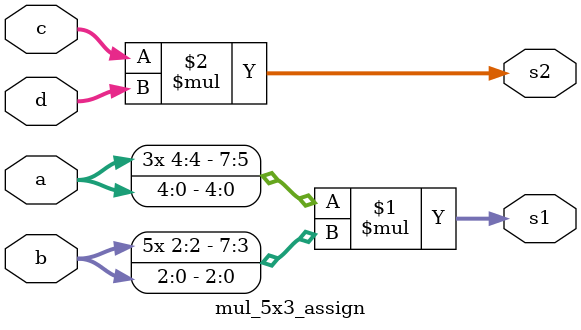
<source format=v>
module mul_5x3_assign (a, b, c, d, s1, s2);
input [4:0] a;
input [2:0] b;
input signed [4:0] c;
input signed [2:0] d;
output signed [7:0] s1, s2;

assign s1 = ($signed(a) * $signed(b));
assign s2 = (c * d);

endmodule // mul_5x3_assign

</source>
